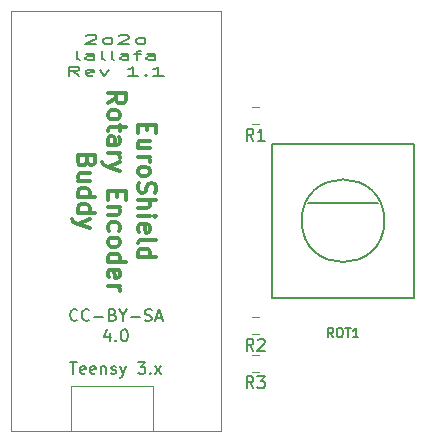
<source format=gbr>
G04 #@! TF.GenerationSoftware,KiCad,Pcbnew,(5.1.5-0-10_14)*
G04 #@! TF.CreationDate,2020-11-02T21:49:36+01:00*
G04 #@! TF.ProjectId,es_rotary,65735f72-6f74-4617-9279-2e6b69636164,rev?*
G04 #@! TF.SameCoordinates,Original*
G04 #@! TF.FileFunction,Legend,Top*
G04 #@! TF.FilePolarity,Positive*
%FSLAX46Y46*%
G04 Gerber Fmt 4.6, Leading zero omitted, Abs format (unit mm)*
G04 Created by KiCad (PCBNEW (5.1.5-0-10_14)) date 2020-11-02 21:49:36*
%MOMM*%
%LPD*%
G04 APERTURE LIST*
%ADD10C,0.200000*%
%ADD11C,0.190500*%
%ADD12C,0.300000*%
%ADD13C,0.150000*%
%ADD14C,0.120000*%
%ADD15C,0.203200*%
%ADD16C,0.152400*%
G04 APERTURE END LIST*
D10*
X138978095Y-96027142D02*
X138930476Y-96074761D01*
X138787619Y-96122380D01*
X138692380Y-96122380D01*
X138549523Y-96074761D01*
X138454285Y-95979523D01*
X138406666Y-95884285D01*
X138359047Y-95693809D01*
X138359047Y-95550952D01*
X138406666Y-95360476D01*
X138454285Y-95265238D01*
X138549523Y-95170000D01*
X138692380Y-95122380D01*
X138787619Y-95122380D01*
X138930476Y-95170000D01*
X138978095Y-95217619D01*
X139978095Y-96027142D02*
X139930476Y-96074761D01*
X139787619Y-96122380D01*
X139692380Y-96122380D01*
X139549523Y-96074761D01*
X139454285Y-95979523D01*
X139406666Y-95884285D01*
X139359047Y-95693809D01*
X139359047Y-95550952D01*
X139406666Y-95360476D01*
X139454285Y-95265238D01*
X139549523Y-95170000D01*
X139692380Y-95122380D01*
X139787619Y-95122380D01*
X139930476Y-95170000D01*
X139978095Y-95217619D01*
X140406666Y-95741428D02*
X141168571Y-95741428D01*
X141978095Y-95598571D02*
X142120952Y-95646190D01*
X142168571Y-95693809D01*
X142216190Y-95789047D01*
X142216190Y-95931904D01*
X142168571Y-96027142D01*
X142120952Y-96074761D01*
X142025714Y-96122380D01*
X141644761Y-96122380D01*
X141644761Y-95122380D01*
X141978095Y-95122380D01*
X142073333Y-95170000D01*
X142120952Y-95217619D01*
X142168571Y-95312857D01*
X142168571Y-95408095D01*
X142120952Y-95503333D01*
X142073333Y-95550952D01*
X141978095Y-95598571D01*
X141644761Y-95598571D01*
X142835238Y-95646190D02*
X142835238Y-96122380D01*
X142501904Y-95122380D02*
X142835238Y-95646190D01*
X143168571Y-95122380D01*
X143501904Y-95741428D02*
X144263809Y-95741428D01*
X144692380Y-96074761D02*
X144835238Y-96122380D01*
X145073333Y-96122380D01*
X145168571Y-96074761D01*
X145216190Y-96027142D01*
X145263809Y-95931904D01*
X145263809Y-95836666D01*
X145216190Y-95741428D01*
X145168571Y-95693809D01*
X145073333Y-95646190D01*
X144882857Y-95598571D01*
X144787619Y-95550952D01*
X144740000Y-95503333D01*
X144692380Y-95408095D01*
X144692380Y-95312857D01*
X144740000Y-95217619D01*
X144787619Y-95170000D01*
X144882857Y-95122380D01*
X145120952Y-95122380D01*
X145263809Y-95170000D01*
X145644761Y-95836666D02*
X146120952Y-95836666D01*
X145549523Y-96122380D02*
X145882857Y-95122380D01*
X146216190Y-96122380D01*
X141716190Y-97155714D02*
X141716190Y-97822380D01*
X141478095Y-96774761D02*
X141240000Y-97489047D01*
X141859047Y-97489047D01*
X142240000Y-97727142D02*
X142287619Y-97774761D01*
X142240000Y-97822380D01*
X142192380Y-97774761D01*
X142240000Y-97727142D01*
X142240000Y-97822380D01*
X142906666Y-96822380D02*
X143001904Y-96822380D01*
X143097142Y-96870000D01*
X143144761Y-96917619D01*
X143192380Y-97012857D01*
X143240000Y-97203333D01*
X143240000Y-97441428D01*
X143192380Y-97631904D01*
X143144761Y-97727142D01*
X143097142Y-97774761D01*
X143001904Y-97822380D01*
X142906666Y-97822380D01*
X142811428Y-97774761D01*
X142763809Y-97727142D01*
X142716190Y-97631904D01*
X142668571Y-97441428D01*
X142668571Y-97203333D01*
X142716190Y-97012857D01*
X142763809Y-96917619D01*
X142811428Y-96870000D01*
X142906666Y-96822380D01*
D11*
X139740000Y-71981785D02*
X139811428Y-71945500D01*
X139954285Y-71909214D01*
X140311428Y-71909214D01*
X140454285Y-71945500D01*
X140525714Y-71981785D01*
X140597142Y-72054357D01*
X140597142Y-72126928D01*
X140525714Y-72235785D01*
X139668571Y-72671214D01*
X140597142Y-72671214D01*
X141454285Y-72671214D02*
X141311428Y-72634928D01*
X141240000Y-72598642D01*
X141168571Y-72526071D01*
X141168571Y-72308357D01*
X141240000Y-72235785D01*
X141311428Y-72199500D01*
X141454285Y-72163214D01*
X141668571Y-72163214D01*
X141811428Y-72199500D01*
X141882857Y-72235785D01*
X141954285Y-72308357D01*
X141954285Y-72526071D01*
X141882857Y-72598642D01*
X141811428Y-72634928D01*
X141668571Y-72671214D01*
X141454285Y-72671214D01*
X142525714Y-71981785D02*
X142597142Y-71945500D01*
X142740000Y-71909214D01*
X143097142Y-71909214D01*
X143240000Y-71945500D01*
X143311428Y-71981785D01*
X143382857Y-72054357D01*
X143382857Y-72126928D01*
X143311428Y-72235785D01*
X142454285Y-72671214D01*
X143382857Y-72671214D01*
X144240000Y-72671214D02*
X144097142Y-72634928D01*
X144025714Y-72598642D01*
X143954285Y-72526071D01*
X143954285Y-72308357D01*
X144025714Y-72235785D01*
X144097142Y-72199500D01*
X144240000Y-72163214D01*
X144454285Y-72163214D01*
X144597142Y-72199500D01*
X144668571Y-72235785D01*
X144740000Y-72308357D01*
X144740000Y-72526071D01*
X144668571Y-72598642D01*
X144597142Y-72634928D01*
X144454285Y-72671214D01*
X144240000Y-72671214D01*
X139168571Y-74004714D02*
X139025714Y-73968428D01*
X138954285Y-73895857D01*
X138954285Y-73242714D01*
X140382857Y-74004714D02*
X140382857Y-73605571D01*
X140311428Y-73533000D01*
X140168571Y-73496714D01*
X139882857Y-73496714D01*
X139740000Y-73533000D01*
X140382857Y-73968428D02*
X140240000Y-74004714D01*
X139882857Y-74004714D01*
X139740000Y-73968428D01*
X139668571Y-73895857D01*
X139668571Y-73823285D01*
X139740000Y-73750714D01*
X139882857Y-73714428D01*
X140240000Y-73714428D01*
X140382857Y-73678142D01*
X141311428Y-74004714D02*
X141168571Y-73968428D01*
X141097142Y-73895857D01*
X141097142Y-73242714D01*
X142097142Y-74004714D02*
X141954285Y-73968428D01*
X141882857Y-73895857D01*
X141882857Y-73242714D01*
X143311428Y-74004714D02*
X143311428Y-73605571D01*
X143240000Y-73533000D01*
X143097142Y-73496714D01*
X142811428Y-73496714D01*
X142668571Y-73533000D01*
X143311428Y-73968428D02*
X143168571Y-74004714D01*
X142811428Y-74004714D01*
X142668571Y-73968428D01*
X142597142Y-73895857D01*
X142597142Y-73823285D01*
X142668571Y-73750714D01*
X142811428Y-73714428D01*
X143168571Y-73714428D01*
X143311428Y-73678142D01*
X143811428Y-73496714D02*
X144382857Y-73496714D01*
X144025714Y-74004714D02*
X144025714Y-73351571D01*
X144097142Y-73279000D01*
X144240000Y-73242714D01*
X144382857Y-73242714D01*
X145525714Y-74004714D02*
X145525714Y-73605571D01*
X145454285Y-73533000D01*
X145311428Y-73496714D01*
X145025714Y-73496714D01*
X144882857Y-73533000D01*
X145525714Y-73968428D02*
X145382857Y-74004714D01*
X145025714Y-74004714D01*
X144882857Y-73968428D01*
X144811428Y-73895857D01*
X144811428Y-73823285D01*
X144882857Y-73750714D01*
X145025714Y-73714428D01*
X145382857Y-73714428D01*
X145525714Y-73678142D01*
X139132857Y-75338214D02*
X138632857Y-74975357D01*
X138275714Y-75338214D02*
X138275714Y-74576214D01*
X138847142Y-74576214D01*
X138990000Y-74612500D01*
X139061428Y-74648785D01*
X139132857Y-74721357D01*
X139132857Y-74830214D01*
X139061428Y-74902785D01*
X138990000Y-74939071D01*
X138847142Y-74975357D01*
X138275714Y-74975357D01*
X140347142Y-75301928D02*
X140204285Y-75338214D01*
X139918571Y-75338214D01*
X139775714Y-75301928D01*
X139704285Y-75229357D01*
X139704285Y-74939071D01*
X139775714Y-74866500D01*
X139918571Y-74830214D01*
X140204285Y-74830214D01*
X140347142Y-74866500D01*
X140418571Y-74939071D01*
X140418571Y-75011642D01*
X139704285Y-75084214D01*
X140918571Y-74830214D02*
X141275714Y-75338214D01*
X141632857Y-74830214D01*
X144132857Y-75338214D02*
X143275714Y-75338214D01*
X143704285Y-75338214D02*
X143704285Y-74576214D01*
X143561428Y-74685071D01*
X143418571Y-74757642D01*
X143275714Y-74793928D01*
X144775714Y-75265642D02*
X144847142Y-75301928D01*
X144775714Y-75338214D01*
X144704285Y-75301928D01*
X144775714Y-75265642D01*
X144775714Y-75338214D01*
X146275714Y-75338214D02*
X145418571Y-75338214D01*
X145847142Y-75338214D02*
X145847142Y-74576214D01*
X145704285Y-74685071D01*
X145561428Y-74757642D01*
X145418571Y-74793928D01*
D12*
X144897142Y-79482857D02*
X144897142Y-79982857D01*
X144111428Y-80197142D02*
X144111428Y-79482857D01*
X145611428Y-79482857D01*
X145611428Y-80197142D01*
X145111428Y-81482857D02*
X144111428Y-81482857D01*
X145111428Y-80840000D02*
X144325714Y-80840000D01*
X144182857Y-80911428D01*
X144111428Y-81054285D01*
X144111428Y-81268571D01*
X144182857Y-81411428D01*
X144254285Y-81482857D01*
X144111428Y-82197142D02*
X145111428Y-82197142D01*
X144825714Y-82197142D02*
X144968571Y-82268571D01*
X145040000Y-82340000D01*
X145111428Y-82482857D01*
X145111428Y-82625714D01*
X144111428Y-83340000D02*
X144182857Y-83197142D01*
X144254285Y-83125714D01*
X144397142Y-83054285D01*
X144825714Y-83054285D01*
X144968571Y-83125714D01*
X145040000Y-83197142D01*
X145111428Y-83340000D01*
X145111428Y-83554285D01*
X145040000Y-83697142D01*
X144968571Y-83768571D01*
X144825714Y-83840000D01*
X144397142Y-83840000D01*
X144254285Y-83768571D01*
X144182857Y-83697142D01*
X144111428Y-83554285D01*
X144111428Y-83340000D01*
X144182857Y-84411428D02*
X144111428Y-84625714D01*
X144111428Y-84982857D01*
X144182857Y-85125714D01*
X144254285Y-85197142D01*
X144397142Y-85268571D01*
X144540000Y-85268571D01*
X144682857Y-85197142D01*
X144754285Y-85125714D01*
X144825714Y-84982857D01*
X144897142Y-84697142D01*
X144968571Y-84554285D01*
X145040000Y-84482857D01*
X145182857Y-84411428D01*
X145325714Y-84411428D01*
X145468571Y-84482857D01*
X145540000Y-84554285D01*
X145611428Y-84697142D01*
X145611428Y-85054285D01*
X145540000Y-85268571D01*
X144111428Y-85911428D02*
X145611428Y-85911428D01*
X144111428Y-86554285D02*
X144897142Y-86554285D01*
X145040000Y-86482857D01*
X145111428Y-86340000D01*
X145111428Y-86125714D01*
X145040000Y-85982857D01*
X144968571Y-85911428D01*
X144111428Y-87268571D02*
X145111428Y-87268571D01*
X145611428Y-87268571D02*
X145540000Y-87197142D01*
X145468571Y-87268571D01*
X145540000Y-87340000D01*
X145611428Y-87268571D01*
X145468571Y-87268571D01*
X144182857Y-88554285D02*
X144111428Y-88411428D01*
X144111428Y-88125714D01*
X144182857Y-87982857D01*
X144325714Y-87911428D01*
X144897142Y-87911428D01*
X145040000Y-87982857D01*
X145111428Y-88125714D01*
X145111428Y-88411428D01*
X145040000Y-88554285D01*
X144897142Y-88625714D01*
X144754285Y-88625714D01*
X144611428Y-87911428D01*
X144111428Y-89482857D02*
X144182857Y-89340000D01*
X144325714Y-89268571D01*
X145611428Y-89268571D01*
X144111428Y-90697142D02*
X145611428Y-90697142D01*
X144182857Y-90697142D02*
X144111428Y-90554285D01*
X144111428Y-90268571D01*
X144182857Y-90125714D01*
X144254285Y-90054285D01*
X144397142Y-89982857D01*
X144825714Y-89982857D01*
X144968571Y-90054285D01*
X145040000Y-90125714D01*
X145111428Y-90268571D01*
X145111428Y-90554285D01*
X145040000Y-90697142D01*
X141561428Y-77697142D02*
X142275714Y-77197142D01*
X141561428Y-76839999D02*
X143061428Y-76839999D01*
X143061428Y-77411428D01*
X142990000Y-77554285D01*
X142918571Y-77625714D01*
X142775714Y-77697142D01*
X142561428Y-77697142D01*
X142418571Y-77625714D01*
X142347142Y-77554285D01*
X142275714Y-77411428D01*
X142275714Y-76839999D01*
X141561428Y-78554285D02*
X141632857Y-78411428D01*
X141704285Y-78340000D01*
X141847142Y-78268571D01*
X142275714Y-78268571D01*
X142418571Y-78340000D01*
X142490000Y-78411428D01*
X142561428Y-78554285D01*
X142561428Y-78768571D01*
X142490000Y-78911428D01*
X142418571Y-78982857D01*
X142275714Y-79054285D01*
X141847142Y-79054285D01*
X141704285Y-78982857D01*
X141632857Y-78911428D01*
X141561428Y-78768571D01*
X141561428Y-78554285D01*
X142561428Y-79482857D02*
X142561428Y-80054285D01*
X143061428Y-79697142D02*
X141775714Y-79697142D01*
X141632857Y-79768571D01*
X141561428Y-79911428D01*
X141561428Y-80054285D01*
X141561428Y-81197142D02*
X142347142Y-81197142D01*
X142490000Y-81125714D01*
X142561428Y-80982857D01*
X142561428Y-80697142D01*
X142490000Y-80554285D01*
X141632857Y-81197142D02*
X141561428Y-81054285D01*
X141561428Y-80697142D01*
X141632857Y-80554285D01*
X141775714Y-80482857D01*
X141918571Y-80482857D01*
X142061428Y-80554285D01*
X142132857Y-80697142D01*
X142132857Y-81054285D01*
X142204285Y-81197142D01*
X141561428Y-81911428D02*
X142561428Y-81911428D01*
X142275714Y-81911428D02*
X142418571Y-81982857D01*
X142490000Y-82054285D01*
X142561428Y-82197142D01*
X142561428Y-82340000D01*
X142561428Y-82697142D02*
X141561428Y-83054285D01*
X142561428Y-83411428D02*
X141561428Y-83054285D01*
X141204285Y-82911428D01*
X141132857Y-82840000D01*
X141061428Y-82697142D01*
X142347142Y-85125714D02*
X142347142Y-85625714D01*
X141561428Y-85840000D02*
X141561428Y-85125714D01*
X143061428Y-85125714D01*
X143061428Y-85840000D01*
X142561428Y-86482857D02*
X141561428Y-86482857D01*
X142418571Y-86482857D02*
X142490000Y-86554285D01*
X142561428Y-86697142D01*
X142561428Y-86911428D01*
X142490000Y-87054285D01*
X142347142Y-87125714D01*
X141561428Y-87125714D01*
X141632857Y-88482857D02*
X141561428Y-88340000D01*
X141561428Y-88054285D01*
X141632857Y-87911428D01*
X141704285Y-87840000D01*
X141847142Y-87768571D01*
X142275714Y-87768571D01*
X142418571Y-87840000D01*
X142490000Y-87911428D01*
X142561428Y-88054285D01*
X142561428Y-88340000D01*
X142490000Y-88482857D01*
X141561428Y-89340000D02*
X141632857Y-89197142D01*
X141704285Y-89125714D01*
X141847142Y-89054285D01*
X142275714Y-89054285D01*
X142418571Y-89125714D01*
X142490000Y-89197142D01*
X142561428Y-89340000D01*
X142561428Y-89554285D01*
X142490000Y-89697142D01*
X142418571Y-89768571D01*
X142275714Y-89840000D01*
X141847142Y-89840000D01*
X141704285Y-89768571D01*
X141632857Y-89697142D01*
X141561428Y-89554285D01*
X141561428Y-89340000D01*
X141561428Y-91125714D02*
X143061428Y-91125714D01*
X141632857Y-91125714D02*
X141561428Y-90982857D01*
X141561428Y-90697142D01*
X141632857Y-90554285D01*
X141704285Y-90482857D01*
X141847142Y-90411428D01*
X142275714Y-90411428D01*
X142418571Y-90482857D01*
X142490000Y-90554285D01*
X142561428Y-90697142D01*
X142561428Y-90982857D01*
X142490000Y-91125714D01*
X141632857Y-92411428D02*
X141561428Y-92268571D01*
X141561428Y-91982857D01*
X141632857Y-91840000D01*
X141775714Y-91768571D01*
X142347142Y-91768571D01*
X142490000Y-91840000D01*
X142561428Y-91982857D01*
X142561428Y-92268571D01*
X142490000Y-92411428D01*
X142347142Y-92482857D01*
X142204285Y-92482857D01*
X142061428Y-91768571D01*
X141561428Y-93125714D02*
X142561428Y-93125714D01*
X142275714Y-93125714D02*
X142418571Y-93197142D01*
X142490000Y-93268571D01*
X142561428Y-93411428D01*
X142561428Y-93554285D01*
X139797142Y-82590000D02*
X139725714Y-82804285D01*
X139654285Y-82875714D01*
X139511428Y-82947142D01*
X139297142Y-82947142D01*
X139154285Y-82875714D01*
X139082857Y-82804285D01*
X139011428Y-82661428D01*
X139011428Y-82090000D01*
X140511428Y-82090000D01*
X140511428Y-82590000D01*
X140440000Y-82732857D01*
X140368571Y-82804285D01*
X140225714Y-82875714D01*
X140082857Y-82875714D01*
X139940000Y-82804285D01*
X139868571Y-82732857D01*
X139797142Y-82590000D01*
X139797142Y-82090000D01*
X140011428Y-84232857D02*
X139011428Y-84232857D01*
X140011428Y-83590000D02*
X139225714Y-83590000D01*
X139082857Y-83661428D01*
X139011428Y-83804285D01*
X139011428Y-84018571D01*
X139082857Y-84161428D01*
X139154285Y-84232857D01*
X139011428Y-85590000D02*
X140511428Y-85590000D01*
X139082857Y-85590000D02*
X139011428Y-85447142D01*
X139011428Y-85161428D01*
X139082857Y-85018571D01*
X139154285Y-84947142D01*
X139297142Y-84875714D01*
X139725714Y-84875714D01*
X139868571Y-84947142D01*
X139940000Y-85018571D01*
X140011428Y-85161428D01*
X140011428Y-85447142D01*
X139940000Y-85590000D01*
X139011428Y-86947142D02*
X140511428Y-86947142D01*
X139082857Y-86947142D02*
X139011428Y-86804285D01*
X139011428Y-86518571D01*
X139082857Y-86375714D01*
X139154285Y-86304285D01*
X139297142Y-86232857D01*
X139725714Y-86232857D01*
X139868571Y-86304285D01*
X139940000Y-86375714D01*
X140011428Y-86518571D01*
X140011428Y-86804285D01*
X139940000Y-86947142D01*
X140011428Y-87518571D02*
X139011428Y-87875714D01*
X140011428Y-88232857D02*
X139011428Y-87875714D01*
X138654285Y-87732857D01*
X138582857Y-87661428D01*
X138511428Y-87518571D01*
D13*
X138359047Y-99592380D02*
X138930476Y-99592380D01*
X138644761Y-100592380D02*
X138644761Y-99592380D01*
X139644761Y-100544761D02*
X139549523Y-100592380D01*
X139359047Y-100592380D01*
X139263809Y-100544761D01*
X139216190Y-100449523D01*
X139216190Y-100068571D01*
X139263809Y-99973333D01*
X139359047Y-99925714D01*
X139549523Y-99925714D01*
X139644761Y-99973333D01*
X139692380Y-100068571D01*
X139692380Y-100163809D01*
X139216190Y-100259047D01*
X140501904Y-100544761D02*
X140406666Y-100592380D01*
X140216190Y-100592380D01*
X140120952Y-100544761D01*
X140073333Y-100449523D01*
X140073333Y-100068571D01*
X140120952Y-99973333D01*
X140216190Y-99925714D01*
X140406666Y-99925714D01*
X140501904Y-99973333D01*
X140549523Y-100068571D01*
X140549523Y-100163809D01*
X140073333Y-100259047D01*
X140978095Y-99925714D02*
X140978095Y-100592380D01*
X140978095Y-100020952D02*
X141025714Y-99973333D01*
X141120952Y-99925714D01*
X141263809Y-99925714D01*
X141359047Y-99973333D01*
X141406666Y-100068571D01*
X141406666Y-100592380D01*
X141835238Y-100544761D02*
X141930476Y-100592380D01*
X142120952Y-100592380D01*
X142216190Y-100544761D01*
X142263809Y-100449523D01*
X142263809Y-100401904D01*
X142216190Y-100306666D01*
X142120952Y-100259047D01*
X141978095Y-100259047D01*
X141882857Y-100211428D01*
X141835238Y-100116190D01*
X141835238Y-100068571D01*
X141882857Y-99973333D01*
X141978095Y-99925714D01*
X142120952Y-99925714D01*
X142216190Y-99973333D01*
X142597142Y-99925714D02*
X142835238Y-100592380D01*
X143073333Y-99925714D02*
X142835238Y-100592380D01*
X142740000Y-100830476D01*
X142692380Y-100878095D01*
X142597142Y-100925714D01*
X144120952Y-99592380D02*
X144740000Y-99592380D01*
X144406666Y-99973333D01*
X144549523Y-99973333D01*
X144644761Y-100020952D01*
X144692380Y-100068571D01*
X144740000Y-100163809D01*
X144740000Y-100401904D01*
X144692380Y-100497142D01*
X144644761Y-100544761D01*
X144549523Y-100592380D01*
X144263809Y-100592380D01*
X144168571Y-100544761D01*
X144120952Y-100497142D01*
X145168571Y-100497142D02*
X145216190Y-100544761D01*
X145168571Y-100592380D01*
X145120952Y-100544761D01*
X145168571Y-100497142D01*
X145168571Y-100592380D01*
X145549523Y-100592380D02*
X146073333Y-99925714D01*
X145549523Y-99925714D02*
X146073333Y-100592380D01*
D14*
X138430000Y-101600000D02*
X138430000Y-105410000D01*
X145415000Y-101600000D02*
X138430000Y-101600000D01*
X145415000Y-105410000D02*
X145415000Y-101600000D01*
X151130000Y-69850000D02*
X151130000Y-105410000D01*
X133350000Y-69850000D02*
X151130000Y-69850000D01*
X133350000Y-105410000D02*
X133350000Y-69850000D01*
X151130000Y-105410000D02*
X133350000Y-105410000D01*
X154321252Y-98985000D02*
X153798748Y-98985000D01*
X154321252Y-100405000D02*
X153798748Y-100405000D01*
D15*
X167474999Y-81130000D02*
X167474999Y-94130000D01*
X155474999Y-81130000D02*
X167474999Y-81130000D01*
X155474999Y-94130000D02*
X155474999Y-81130000D01*
X167474999Y-94130000D02*
X155474999Y-94130000D01*
X164974999Y-87630000D02*
G75*
G03X164974999Y-87630000I-3500000J0D01*
G01*
X164474999Y-86130000D02*
X158474999Y-86130000D01*
D14*
X154321252Y-95810000D02*
X153798748Y-95810000D01*
X154321252Y-97230000D02*
X153798748Y-97230000D01*
X154321252Y-78030000D02*
X153798748Y-78030000D01*
X154321252Y-79450000D02*
X153798748Y-79450000D01*
D13*
X153893333Y-101797380D02*
X153560000Y-101321190D01*
X153321904Y-101797380D02*
X153321904Y-100797380D01*
X153702857Y-100797380D01*
X153798095Y-100845000D01*
X153845714Y-100892619D01*
X153893333Y-100987857D01*
X153893333Y-101130714D01*
X153845714Y-101225952D01*
X153798095Y-101273571D01*
X153702857Y-101321190D01*
X153321904Y-101321190D01*
X154226666Y-100797380D02*
X154845714Y-100797380D01*
X154512380Y-101178333D01*
X154655238Y-101178333D01*
X154750476Y-101225952D01*
X154798095Y-101273571D01*
X154845714Y-101368809D01*
X154845714Y-101606904D01*
X154798095Y-101702142D01*
X154750476Y-101749761D01*
X154655238Y-101797380D01*
X154369523Y-101797380D01*
X154274285Y-101749761D01*
X154226666Y-101702142D01*
D16*
X160658570Y-97474714D02*
X160404570Y-97111857D01*
X160223141Y-97474714D02*
X160223141Y-96712714D01*
X160513427Y-96712714D01*
X160585999Y-96749000D01*
X160622284Y-96785285D01*
X160658570Y-96857857D01*
X160658570Y-96966714D01*
X160622284Y-97039285D01*
X160585999Y-97075571D01*
X160513427Y-97111857D01*
X160223141Y-97111857D01*
X161130284Y-96712714D02*
X161275427Y-96712714D01*
X161347999Y-96749000D01*
X161420570Y-96821571D01*
X161456856Y-96966714D01*
X161456856Y-97220714D01*
X161420570Y-97365857D01*
X161347999Y-97438428D01*
X161275427Y-97474714D01*
X161130284Y-97474714D01*
X161057713Y-97438428D01*
X160985141Y-97365857D01*
X160948856Y-97220714D01*
X160948856Y-96966714D01*
X160985141Y-96821571D01*
X161057713Y-96749000D01*
X161130284Y-96712714D01*
X161674570Y-96712714D02*
X162109999Y-96712714D01*
X161892284Y-97474714D02*
X161892284Y-96712714D01*
X162763141Y-97474714D02*
X162327713Y-97474714D01*
X162545427Y-97474714D02*
X162545427Y-96712714D01*
X162472856Y-96821571D01*
X162400284Y-96894142D01*
X162327713Y-96930428D01*
D13*
X153893333Y-98622380D02*
X153560000Y-98146190D01*
X153321904Y-98622380D02*
X153321904Y-97622380D01*
X153702857Y-97622380D01*
X153798095Y-97670000D01*
X153845714Y-97717619D01*
X153893333Y-97812857D01*
X153893333Y-97955714D01*
X153845714Y-98050952D01*
X153798095Y-98098571D01*
X153702857Y-98146190D01*
X153321904Y-98146190D01*
X154274285Y-97717619D02*
X154321904Y-97670000D01*
X154417142Y-97622380D01*
X154655238Y-97622380D01*
X154750476Y-97670000D01*
X154798095Y-97717619D01*
X154845714Y-97812857D01*
X154845714Y-97908095D01*
X154798095Y-98050952D01*
X154226666Y-98622380D01*
X154845714Y-98622380D01*
X153893333Y-80842380D02*
X153560000Y-80366190D01*
X153321904Y-80842380D02*
X153321904Y-79842380D01*
X153702857Y-79842380D01*
X153798095Y-79890000D01*
X153845714Y-79937619D01*
X153893333Y-80032857D01*
X153893333Y-80175714D01*
X153845714Y-80270952D01*
X153798095Y-80318571D01*
X153702857Y-80366190D01*
X153321904Y-80366190D01*
X154845714Y-80842380D02*
X154274285Y-80842380D01*
X154560000Y-80842380D02*
X154560000Y-79842380D01*
X154464761Y-79985238D01*
X154369523Y-80080476D01*
X154274285Y-80128095D01*
M02*

</source>
